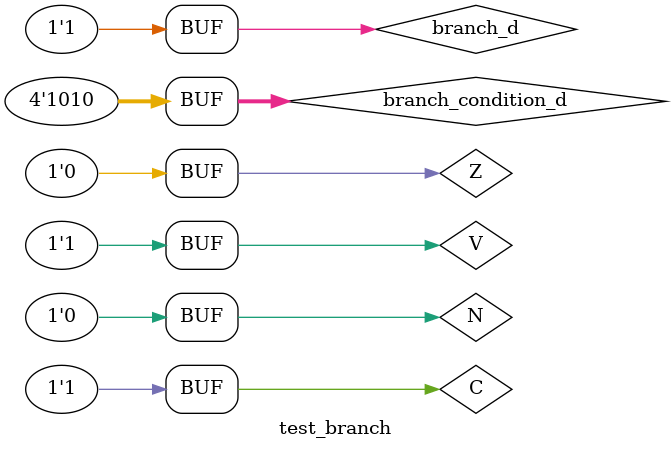
<source format=v>
`timescale 1ns / 1ps


module test_branch;

	// Inputs
	reg branch_d;
	reg [3:0] branch_condition_d;
	reg Z;
	reg N;
	reg V;
	reg C;

	// Outputs
	wire PC_source;

	// Instantiate the Unit Under Test (UUT)
	branch uut (
		.branch_d(branch_d), 
		.branch_condition_d(branch_condition_d), 
		.Z(Z), 
		.N(N), 
		.V(V), 
		.C(C), 
		.PC_source(PC_source)
	);

	initial begin
		// Initialize Inputs
		branch_d = 0;
		branch_condition_d = 0;
		Z = 0;
		N = 0;
		V = 0;
		C = 0;

		// Wait 100 ns for global reset to finish
		//#100;
        
		#1;
		branch_condition_d = 4'h1;
		branch_d = 1;
		
		#1;
		branch_condition_d = 4'h2;
		
		#1;
		branch_condition_d = 4'h3;
		
		#1;
		C = 1;
		branch_condition_d = 4'h8;
		
		#1;
		branch_condition_d = 4'ha;
		
		#1;
		V = 1;

		
		

		
		  
		// Add stimulus here

	end
      
endmodule


</source>
